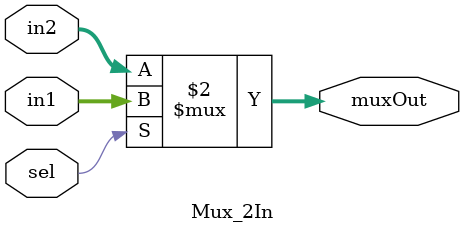
<source format=v>
`timescale 1ns / 1ps


module Mux_2In(
    input [31:0] in1,
    input [31:0] in2,
    input sel,
    output [31:0]muxOut
    );
    
    
    assign muxOut = (sel == 1'b1) ? in1 : in2;
    
endmodule

</source>
